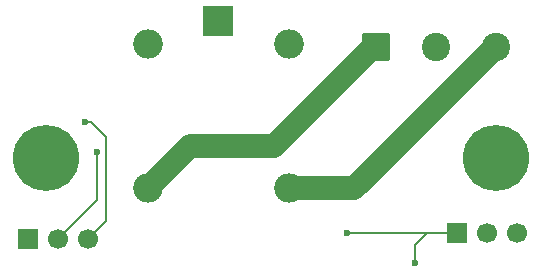
<source format=gbr>
%TF.GenerationSoftware,KiCad,Pcbnew,9.0.3*%
%TF.CreationDate,2025-10-25T21:32:03-05:00*%
%TF.ProjectId,AmmeterRelays,416d6d65-7465-4725-9265-6c6179732e6b,rev?*%
%TF.SameCoordinates,Original*%
%TF.FileFunction,Copper,L2,Bot*%
%TF.FilePolarity,Positive*%
%FSLAX46Y46*%
G04 Gerber Fmt 4.6, Leading zero omitted, Abs format (unit mm)*
G04 Created by KiCad (PCBNEW 9.0.3) date 2025-10-25 21:32:03*
%MOMM*%
%LPD*%
G01*
G04 APERTURE LIST*
G04 Aperture macros list*
%AMRoundRect*
0 Rectangle with rounded corners*
0 $1 Rounding radius*
0 $2 $3 $4 $5 $6 $7 $8 $9 X,Y pos of 4 corners*
0 Add a 4 corners polygon primitive as box body*
4,1,4,$2,$3,$4,$5,$6,$7,$8,$9,$2,$3,0*
0 Add four circle primitives for the rounded corners*
1,1,$1+$1,$2,$3*
1,1,$1+$1,$4,$5*
1,1,$1+$1,$6,$7*
1,1,$1+$1,$8,$9*
0 Add four rect primitives between the rounded corners*
20,1,$1+$1,$2,$3,$4,$5,0*
20,1,$1+$1,$4,$5,$6,$7,0*
20,1,$1+$1,$6,$7,$8,$9,0*
20,1,$1+$1,$8,$9,$2,$3,0*%
G04 Aperture macros list end*
%TA.AperFunction,ComponentPad*%
%ADD10C,3.600000*%
%TD*%
%TA.AperFunction,ConnectorPad*%
%ADD11C,5.600000*%
%TD*%
%TA.AperFunction,ComponentPad*%
%ADD12C,1.700000*%
%TD*%
%TA.AperFunction,ComponentPad*%
%ADD13R,1.700000X1.700000*%
%TD*%
%TA.AperFunction,ComponentPad*%
%ADD14R,2.500000X2.500000*%
%TD*%
%TA.AperFunction,ComponentPad*%
%ADD15O,2.500000X2.500000*%
%TD*%
%TA.AperFunction,ComponentPad*%
%ADD16RoundRect,0.250001X-0.949999X-0.949999X0.949999X-0.949999X0.949999X0.949999X-0.949999X0.949999X0*%
%TD*%
%TA.AperFunction,ComponentPad*%
%ADD17C,2.400000*%
%TD*%
%TA.AperFunction,ViaPad*%
%ADD18C,0.600000*%
%TD*%
%TA.AperFunction,Conductor*%
%ADD19C,2.000000*%
%TD*%
%TA.AperFunction,Conductor*%
%ADD20C,0.200000*%
%TD*%
G04 APERTURE END LIST*
D10*
%TO.P,H2,1*%
%TO.N,N/C*%
X57658000Y-45212000D03*
D11*
X57658000Y-45212000D03*
%TD*%
D10*
%TO.P,H1,1*%
%TO.N,N/C*%
X19558000Y-45212000D03*
D11*
X19558000Y-45212000D03*
%TD*%
D12*
%TO.P,J3,3,Pin_3*%
%TO.N,Net-(J3-Pin_3)*%
X59436000Y-51562000D03*
%TO.P,J3,2,Pin_2*%
%TO.N,Net-(J3-Pin_2)*%
X56896000Y-51562000D03*
D13*
%TO.P,J3,1,Pin_1*%
%TO.N,GND*%
X54356000Y-51562000D03*
%TD*%
D12*
%TO.P,J2,3,Pin_3*%
%TO.N,Net-(J2-Pin_3)*%
X23114000Y-52070000D03*
%TO.P,J2,2,Pin_2*%
%TO.N,GNDPWR*%
X20574000Y-52070000D03*
D13*
%TO.P,J2,1,Pin_1*%
%TO.N,Net-(J2-Pin_1)*%
X18034000Y-52070000D03*
%TD*%
D14*
%TO.P,K1,1*%
%TO.N,Net-(K1-Pad1)*%
X34154000Y-33597000D03*
D15*
%TO.P,K1,2*%
%TO.N,Net-(J2-Pin_1)*%
X28154000Y-35597000D03*
%TO.P,K1,3*%
%TO.N,Net-(J1-Pin_1)*%
X28154000Y-47797000D03*
%TO.P,K1,4*%
%TO.N,Net-(J1-Pin_3)*%
X40154000Y-47797000D03*
%TO.P,K1,5*%
%TO.N,Net-(Q1-D)*%
X40154000Y-35597000D03*
%TD*%
D16*
%TO.P,J1,1,Pin_1*%
%TO.N,Net-(J1-Pin_1)*%
X47498000Y-35814000D03*
D17*
%TO.P,J1,2,Pin_2*%
%TO.N,Net-(J1-Pin_2)*%
X52578000Y-35814000D03*
%TO.P,J1,3,Pin_3*%
%TO.N,Net-(J1-Pin_3)*%
X57658000Y-35814000D03*
%TD*%
D18*
%TO.N,Net-(J2-Pin_3)*%
X22860000Y-42164000D03*
%TO.N,GNDPWR*%
X23876000Y-44704000D03*
%TO.N,GND*%
X50800000Y-54102000D03*
X45085000Y-51562000D03*
%TD*%
D19*
%TO.N,Net-(J1-Pin_1)*%
X38862000Y-44196000D02*
X47244000Y-35814000D01*
X31755000Y-44196000D02*
X38862000Y-44196000D01*
X47244000Y-35814000D02*
X47498000Y-35814000D01*
X28154000Y-47797000D02*
X31755000Y-44196000D01*
D20*
%TO.N,Net-(J2-Pin_3)*%
X24638000Y-43434000D02*
X24638000Y-50546000D01*
X23368000Y-42164000D02*
X24638000Y-43434000D01*
X22860000Y-42164000D02*
X23368000Y-42164000D01*
X24638000Y-50546000D02*
X23114000Y-52070000D01*
%TO.N,GNDPWR*%
X23876000Y-48768000D02*
X23876000Y-44704000D01*
X20574000Y-52070000D02*
X23876000Y-48768000D01*
%TO.N,GND*%
X50800000Y-52578000D02*
X51816000Y-51562000D01*
X50800000Y-54102000D02*
X50800000Y-52578000D01*
X45085000Y-51562000D02*
X51816000Y-51562000D01*
X51816000Y-51562000D02*
X54356000Y-51562000D01*
D19*
%TO.N,Net-(J1-Pin_3)*%
X45675000Y-47797000D02*
X57658000Y-35814000D01*
X45675000Y-47797000D02*
X40154000Y-47797000D01*
%TD*%
M02*

</source>
